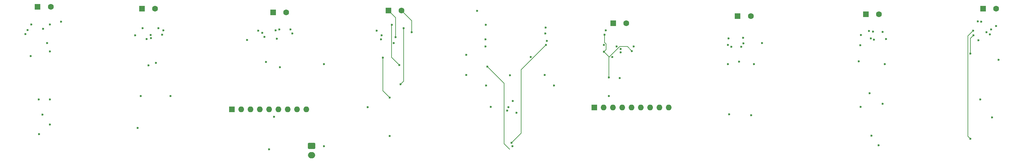
<source format=gbr>
%TF.GenerationSoftware,KiCad,Pcbnew,8.0.8*%
%TF.CreationDate,2025-05-04T20:59:54-05:00*%
%TF.ProjectId,Feedback_sleeve,46656564-6261-4636-9b5f-736c65657665,rev?*%
%TF.SameCoordinates,Original*%
%TF.FileFunction,Copper,L16,Inr*%
%TF.FilePolarity,Positive*%
%FSLAX46Y46*%
G04 Gerber Fmt 4.6, Leading zero omitted, Abs format (unit mm)*
G04 Created by KiCad (PCBNEW 8.0.8) date 2025-05-04 20:59:54*
%MOMM*%
%LPD*%
G01*
G04 APERTURE LIST*
G04 Aperture macros list*
%AMRoundRect*
0 Rectangle with rounded corners*
0 $1 Rounding radius*
0 $2 $3 $4 $5 $6 $7 $8 $9 X,Y pos of 4 corners*
0 Add a 4 corners polygon primitive as box body*
4,1,4,$2,$3,$4,$5,$6,$7,$8,$9,$2,$3,0*
0 Add four circle primitives for the rounded corners*
1,1,$1+$1,$2,$3*
1,1,$1+$1,$4,$5*
1,1,$1+$1,$6,$7*
1,1,$1+$1,$8,$9*
0 Add four rect primitives between the rounded corners*
20,1,$1+$1,$2,$3,$4,$5,0*
20,1,$1+$1,$4,$5,$6,$7,0*
20,1,$1+$1,$6,$7,$8,$9,0*
20,1,$1+$1,$8,$9,$2,$3,0*%
G04 Aperture macros list end*
%TA.AperFunction,ComponentPad*%
%ADD10RoundRect,0.250000X-0.550000X-0.550000X0.550000X-0.550000X0.550000X0.550000X-0.550000X0.550000X0*%
%TD*%
%TA.AperFunction,ComponentPad*%
%ADD11C,1.600000*%
%TD*%
%TA.AperFunction,ComponentPad*%
%ADD12R,1.600000X1.600000*%
%TD*%
%TA.AperFunction,ComponentPad*%
%ADD13O,1.600000X1.600000*%
%TD*%
%TA.AperFunction,ComponentPad*%
%ADD14RoundRect,0.250000X-0.750000X0.600000X-0.750000X-0.600000X0.750000X-0.600000X0.750000X0.600000X0*%
%TD*%
%TA.AperFunction,ComponentPad*%
%ADD15O,2.000000X1.700000*%
%TD*%
%TA.AperFunction,ViaPad*%
%ADD16C,0.600000*%
%TD*%
%TA.AperFunction,Conductor*%
%ADD17C,0.200000*%
%TD*%
G04 APERTURE END LIST*
D10*
%TO.N,Net-(J7-Pin_1)*%
%TO.C,J7*%
X242900000Y-17500000D03*
D11*
%TO.N,Net-(J7-Pin_2)*%
X246500000Y-17500000D03*
%TD*%
D10*
%TO.N,Net-(J8-Pin_1)*%
%TO.C,J8*%
X274900000Y-16000000D03*
D11*
%TO.N,Net-(J8-Pin_2)*%
X278500000Y-16000000D03*
%TD*%
D10*
%TO.N,Net-(J2-Pin_1)*%
%TO.C,J2*%
X45200000Y-16000000D03*
D11*
%TO.N,Net-(J2-Pin_2)*%
X48800000Y-16000000D03*
%TD*%
D10*
%TO.N,Net-(J6-Pin_1)*%
%TO.C,J6*%
X207900000Y-18000000D03*
D11*
%TO.N,Net-(J6-Pin_2)*%
X211500000Y-18000000D03*
%TD*%
D10*
%TO.N,Net-(J3-Pin_1)*%
%TO.C,J3*%
X81000000Y-17000000D03*
D11*
%TO.N,Net-(J3-Pin_2)*%
X84600000Y-17000000D03*
%TD*%
D12*
%TO.N,Net-(RN1-common)*%
%TO.C,RN2*%
X69760000Y-43500000D03*
D13*
%TO.N,Net-(RN2-R1)*%
X72300000Y-43500000D03*
%TO.N,Net-(RN2-R2)*%
X74840000Y-43500000D03*
%TO.N,Net-(RN2-R3)*%
X77380000Y-43500000D03*
%TO.N,Net-(RN2-R4)*%
X79920000Y-43500000D03*
%TO.N,Net-(RN2-R5)*%
X82460000Y-43500000D03*
%TO.N,Net-(RN2-R6)*%
X85000000Y-43500000D03*
%TO.N,Net-(RN2-R7)*%
X87540000Y-43500000D03*
%TO.N,Net-(RN2-R8)*%
X90080000Y-43500000D03*
%TD*%
D14*
%TO.N,Net-(J9-Pin_1)*%
%TO.C,J9*%
X91500000Y-53500000D03*
D15*
%TO.N,Net-(J9-Pin_2)*%
X91500000Y-56000000D03*
%TD*%
D10*
%TO.N,Net-(J4-Pin_1)*%
%TO.C,J4*%
X112500000Y-16500000D03*
D11*
%TO.N,Net-(J4-Pin_2)*%
X116100000Y-16500000D03*
%TD*%
D12*
%TO.N,Net-(RN1-common)*%
%TO.C,RN1*%
X168760000Y-43000000D03*
D13*
%TO.N,Net-(RN1-R1)*%
X171300000Y-43000000D03*
%TO.N,Net-(RN1-R2)*%
X173840000Y-43000000D03*
%TO.N,Net-(RN1-R3)*%
X176380000Y-43000000D03*
%TO.N,Net-(RN1-R4)*%
X178920000Y-43000000D03*
%TO.N,Net-(RN1-R5)*%
X181460000Y-43000000D03*
%TO.N,Net-(RN1-R6)*%
X184000000Y-43000000D03*
%TO.N,Net-(RN1-R7)*%
X186540000Y-43000000D03*
%TO.N,Net-(RN1-R8)*%
X189080000Y-43000000D03*
%TD*%
D10*
%TO.N,Net-(J1-Pin_1)*%
%TO.C,J1*%
X16700000Y-15500000D03*
D11*
%TO.N,Net-(J1-Pin_2)*%
X20300000Y-15500000D03*
%TD*%
D10*
%TO.N,Net-(J5-Pin_1)*%
%TO.C,J5*%
X173900000Y-20000000D03*
D11*
%TO.N,Net-(J5-Pin_2)*%
X177500000Y-20000000D03*
%TD*%
D16*
%TO.N,Net-(U1-GND)*%
X17095500Y-50321100D03*
X171377100Y-27752000D03*
X205594700Y-44905300D03*
X14834800Y-28967500D03*
X179017600Y-27617400D03*
X47589500Y-23225400D03*
X110467800Y-24348000D03*
X172682700Y-34819700D03*
X112842700Y-40329300D03*
X208245400Y-30467500D03*
X50728400Y-23100000D03*
X209432800Y-25440000D03*
X272252400Y-23280900D03*
X171566300Y-23086900D03*
X79067000Y-30518700D03*
X46961400Y-31470500D03*
X244401700Y-50745200D03*
X243947400Y-39076400D03*
X44866000Y-39904100D03*
X17001400Y-40829300D03*
X240951400Y-30411500D03*
X274157400Y-40829300D03*
X78663200Y-23693200D03*
X271418700Y-28282100D03*
X110979400Y-29408200D03*
X155457500Y-21133100D03*
X13395100Y-22941500D03*
X214570700Y-25376200D03*
X245123800Y-24500000D03*
%TO.N,Net-(U2-REG)*%
X274410700Y-19564400D03*
X279125700Y-29974700D03*
%TO.N,Net-(U4-REG)*%
X175674700Y-34923400D03*
%TO.N,Net-(U5-REG)*%
X113469400Y-20366500D03*
X115453800Y-31382200D03*
%TO.N,Net-(U10-REG)*%
X45411400Y-21344600D03*
X49065500Y-30811900D03*
%TO.N,Net-(U6-REG)*%
X15016300Y-20335300D03*
X20090700Y-47685200D03*
%TO.N,Net-(U9-REG)*%
X76938700Y-22008700D03*
X82922700Y-31970500D03*
%TO.N,Net-(U7-REG)*%
X243781600Y-22118400D03*
X246384400Y-53336900D03*
%TO.N,Net-(J1-Pin_1)*%
X19292700Y-25376200D03*
%TO.N,Net-(J1-Pin_2)*%
X23082700Y-19564400D03*
%TO.N,Net-(J2-Pin_2)*%
X51017600Y-21908700D03*
%TO.N,Net-(J2-Pin_1)*%
X47668900Y-24070700D03*
%TO.N,Net-(J3-Pin_2)*%
X85786700Y-21656900D03*
%TO.N,Net-(J3-Pin_1)*%
X86280400Y-22742700D03*
%TO.N,Net-(J4-Pin_1)*%
X114461700Y-23761600D03*
%TO.N,Net-(J4-Pin_2)*%
X118886400Y-22470300D03*
%TO.N,Net-(J5-Pin_2)*%
X179457200Y-26300300D03*
%TO.N,Net-(J5-Pin_1)*%
X175926200Y-27900000D03*
%TO.N,Net-(J6-Pin_1)*%
X208896100Y-26420700D03*
%TO.N,Net-(J7-Pin_1)*%
X248395400Y-24250000D03*
%TO.N,Net-(J7-Pin_2)*%
X244868400Y-22227600D03*
%TO.N,Net-(J8-Pin_1)*%
X276779600Y-23010400D03*
%TO.N,Net-(J8-Pin_2)*%
X277122500Y-21666800D03*
%TO.N,Net-(J9-Pin_1)*%
X145754700Y-34211000D03*
X94890700Y-31188000D03*
%TO.N,Net-(U1-PC01_A1_D1)*%
X173685700Y-29242000D03*
X171845900Y-21950500D03*
X139125100Y-20375000D03*
%TO.N,Net-(U1-PC05_A5_D5_SCL)*%
X139557100Y-31818900D03*
%TO.N,Net-(U1-PA03_A8_D8_SCK)*%
X82011000Y-24176200D03*
%TO.N,Net-(U1-PC00_A0_D0)*%
X273512700Y-19481600D03*
X273612700Y-24641500D03*
X136778700Y-16617400D03*
%TO.N,Net-(U1-PC06_A6_D6_TX)*%
X133786700Y-34093900D03*
X205249400Y-31188000D03*
X206170900Y-26416600D03*
%TO.N,Net-(U1-PC02_A2_D2)*%
X139058900Y-24413400D03*
X113954100Y-25376200D03*
%TO.N,Net-(U1-PA04_A9_D9_MISO)*%
X46445800Y-24270700D03*
X151344000Y-29168400D03*
%TO.N,Net-(U1-PC04_A4_D4_SDA)*%
X133786700Y-28647700D03*
%TO.N,Net-(U1-PC07_A7_D7_RX)*%
X155190200Y-34138800D03*
%TO.N,Net-(U1-PC03_A3_D3)*%
X139058900Y-26342800D03*
X241421900Y-25985700D03*
%TO.N,Net-(RN1-common)*%
X139214400Y-36999800D03*
X247484100Y-22339600D03*
X157739200Y-36999800D03*
X20092300Y-40829300D03*
X20090700Y-27682400D03*
X116668800Y-21334700D03*
X53002700Y-39905700D03*
X115830300Y-36619000D03*
X82695300Y-21708700D03*
X278429300Y-20774000D03*
X20090700Y-20330100D03*
X248039400Y-31188000D03*
X247482700Y-41982700D03*
X212337400Y-31188000D03*
X211578700Y-45078700D03*
X175924200Y-26989200D03*
X49716200Y-21330200D03*
X155381200Y-22754500D03*
X209417200Y-23983900D03*
%TO.N,Net-(RN1-R6)*%
X81279700Y-45523400D03*
X81692800Y-21917300D03*
%TO.N,Net-(RN1-R7)*%
X205374400Y-24104900D03*
%TO.N,Net-(RN1-R2)*%
X18070000Y-44981300D03*
X18194400Y-21458700D03*
%TO.N,Net-(RN1-R8)*%
X205233400Y-25927500D03*
%TO.N,Net-(RN1-R5)*%
X78041100Y-22633100D03*
X79930700Y-54435200D03*
%TO.N,Net-(RN1-R3)*%
X43340400Y-23250000D03*
X44026700Y-48623400D03*
%TO.N,Net-(RN1-R1)*%
X13996600Y-21818200D03*
X145314800Y-42912200D03*
%TO.N,Net-(RN1-R4)*%
X144991400Y-43836400D03*
%TO.N,Net-(RN2-R5)*%
X277402700Y-45717500D03*
X275844500Y-22470700D03*
%TO.N,Net-(RN2-R6)*%
X146389300Y-53624600D03*
X272168000Y-21999100D03*
X94871000Y-53624600D03*
X271418700Y-51529300D03*
%TO.N,Net-(RN2-R7)*%
X155792100Y-24795800D03*
X147504600Y-44475500D03*
X244286900Y-24161600D03*
%TO.N,Net-(RN2-R4)*%
X146160000Y-52645400D03*
X171326500Y-25862500D03*
X155558000Y-25896600D03*
%TO.N,Net-(RN2-R8)*%
X241531400Y-23154400D03*
X241498700Y-42811600D03*
%TO.N,Net-(RN2-R2)*%
X140461900Y-42812200D03*
X106858700Y-42942100D03*
X110618800Y-23261600D03*
%TO.N,Net-(RN2-R3)*%
X172682700Y-39905700D03*
X174878000Y-26284700D03*
X146470800Y-41259900D03*
%TO.N,Net-(RN2-R1)*%
X73946700Y-24529200D03*
X112842700Y-50827800D03*
X109318900Y-22028000D03*
%TD*%
D17*
%TO.N,Net-(U1-GND)*%
X175109600Y-26886400D02*
X175127200Y-26886400D01*
X172682700Y-29313300D02*
X172682700Y-34819700D01*
X171377100Y-27752000D02*
X171928200Y-27200900D01*
X171928200Y-27200900D02*
X171928200Y-25613300D01*
X177762900Y-26362700D02*
X179017600Y-27617400D01*
X172810600Y-29185400D02*
X172682700Y-29313300D01*
X171566400Y-25251500D02*
X171566300Y-25251500D01*
X171566300Y-25251500D02*
X171566300Y-23086900D01*
X175127200Y-26886400D02*
X175650900Y-26362700D01*
X271418700Y-24114600D02*
X271418700Y-28282100D01*
X175650900Y-26362700D02*
X177762900Y-26362700D01*
X172810600Y-29185400D02*
X171377100Y-27752000D01*
X172810600Y-29185400D02*
X175109600Y-26886400D01*
X110979400Y-29408200D02*
X110979400Y-38466000D01*
X171928200Y-25613300D02*
X171566400Y-25251500D01*
X272252400Y-23280900D02*
X271418700Y-24114600D01*
X110979400Y-38466000D02*
X112842700Y-40329300D01*
%TO.N,Net-(U5-REG)*%
X113352400Y-20483500D02*
X113352400Y-29280800D01*
X113469400Y-20366500D02*
X113352400Y-20483500D01*
X113352400Y-29280800D02*
X115453800Y-31382200D01*
%TO.N,Net-(J4-Pin_1)*%
X114461700Y-18461700D02*
X112500000Y-16500000D01*
X114461700Y-23761600D02*
X114461700Y-18461700D01*
%TO.N,Net-(J4-Pin_2)*%
X118886400Y-19286400D02*
X116100000Y-16500000D01*
X118886400Y-22470300D02*
X118886400Y-19286400D01*
%TO.N,Net-(U1-PC05_A5_D5_SCL)*%
X144107900Y-52920100D02*
X145623000Y-54435200D01*
X145623000Y-54435200D02*
X144107900Y-52920100D01*
X144107900Y-36369700D02*
X139557100Y-31818900D01*
X144107900Y-52920100D02*
X144107900Y-36369700D01*
X145623000Y-54435200D02*
X144107900Y-52920100D01*
%TO.N,Net-(RN1-common)*%
X116668800Y-21334700D02*
X116668800Y-35780500D01*
X116668800Y-35780500D02*
X115830300Y-36619000D01*
%TO.N,Net-(RN2-R6)*%
X272168000Y-21999100D02*
X270762000Y-23405100D01*
X270762000Y-50872600D02*
X271418700Y-51529300D01*
X270762000Y-23405100D02*
X270762000Y-50872600D01*
%TO.N,Net-(RN2-R4)*%
X155558000Y-25896600D02*
X148752500Y-32702100D01*
X148752500Y-50052900D02*
X146160000Y-52645400D01*
X148752500Y-32702100D02*
X148752500Y-50052900D01*
%TD*%
M02*

</source>
